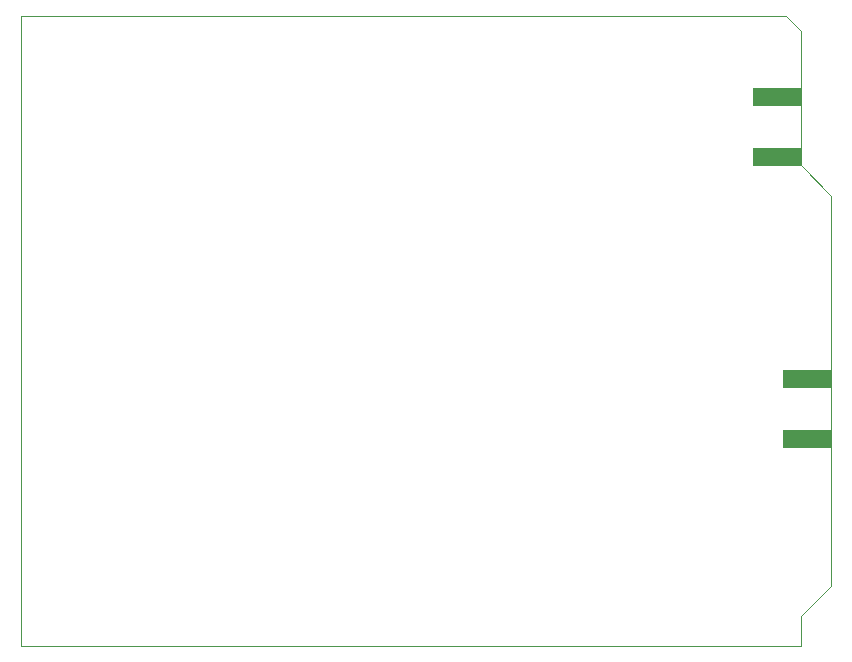
<source format=gbp>
G04*
G04 #@! TF.GenerationSoftware,Altium Limited,CircuitStudio,1.5.1 (13)*
G04*
G04 Layer_Color=16770453*
%FSLAX24Y24*%
%MOIN*%
G70*
G01*
G75*
%ADD32R,0.1600X0.0600*%
%ADD43C,0.0039*%
D32*
X42661Y48905D02*
D03*
Y46905D02*
D03*
X41661Y58305D02*
D03*
Y56305D02*
D03*
D43*
X16461Y40005D02*
Y60989D01*
X43461Y42005D02*
Y55005D01*
X16461Y60989D02*
X41961D01*
X42453Y60497D01*
Y56013D02*
Y60497D01*
Y56013D02*
X43461Y55005D01*
X16461Y40005D02*
X41961D01*
X42461Y41005D02*
X43461Y42005D01*
X42461Y40005D02*
Y41005D01*
X41961Y40005D02*
X42461D01*
M02*

</source>
